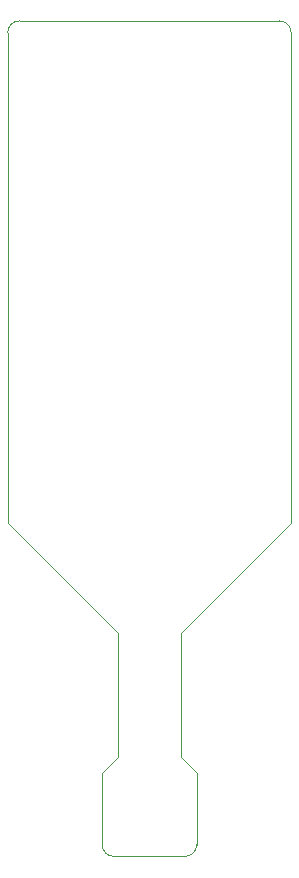
<source format=gbr>
%TF.GenerationSoftware,KiCad,Pcbnew,(6.0.0)*%
%TF.CreationDate,2022-08-13T16:18:09-04:00*%
%TF.ProjectId,eib-24-nanoz-adapter,6569622d-3234-42d6-9e61-6e6f7a2d6164,A*%
%TF.SameCoordinates,Original*%
%TF.FileFunction,Profile,NP*%
%FSLAX46Y46*%
G04 Gerber Fmt 4.6, Leading zero omitted, Abs format (unit mm)*
G04 Created by KiCad (PCBNEW (6.0.0)) date 2022-08-13 16:18:09*
%MOMM*%
%LPD*%
G01*
G04 APERTURE LIST*
%TA.AperFunction,Profile*%
%ADD10C,0.100000*%
%TD*%
G04 APERTURE END LIST*
D10*
X142650000Y-143350000D02*
X142650000Y-153800000D01*
X142650000Y-153800000D02*
X144000000Y-155150000D01*
X144000000Y-161250000D02*
X144000000Y-155150000D01*
X136000000Y-155150000D02*
X136000000Y-161250000D01*
X136000000Y-142000000D02*
X137350000Y-143350000D01*
X137350000Y-153800000D02*
X137350000Y-143350000D01*
X136000000Y-155150000D02*
X137350000Y-153800000D01*
X137000000Y-162250000D02*
X143000000Y-162250000D01*
X143000000Y-162250000D02*
G75*
G03*
X144000000Y-161250000I1J999999D01*
G01*
X152000000Y-92500000D02*
G75*
G03*
X151000000Y-91500000I-999999J1D01*
G01*
X129000000Y-91500000D02*
G75*
G03*
X128000000Y-92500000I-1J-999999D01*
G01*
X136000000Y-161250000D02*
G75*
G03*
X137000000Y-162250000I1000000J0D01*
G01*
X128000000Y-92500000D02*
X128000000Y-134000000D01*
X151000000Y-91500000D02*
X129000000Y-91500000D01*
X152000000Y-134000000D02*
X152000000Y-92500000D01*
X142650000Y-143350000D02*
X152000000Y-134000000D01*
X128000000Y-134000000D02*
X136000000Y-142000000D01*
M02*

</source>
